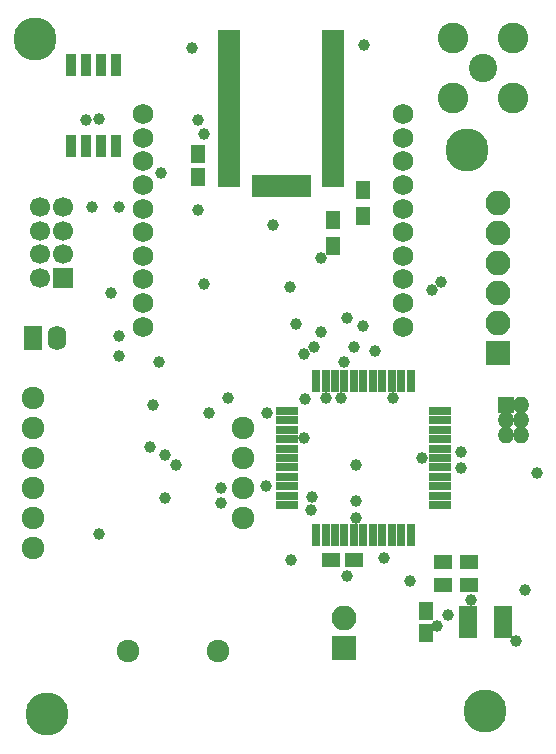
<source format=gbr>
G04 #@! TF.FileFunction,Soldermask,Bot*
%FSLAX46Y46*%
G04 Gerber Fmt 4.6, Leading zero omitted, Abs format (unit mm)*
G04 Created by KiCad (PCBNEW 4.0.6) date Wed Dec 27 21:20:59 2017*
%MOMM*%
%LPD*%
G01*
G04 APERTURE LIST*
%ADD10C,0.128000*%
%ADD11C,1.924000*%
%ADD12R,0.950000X1.900000*%
%ADD13R,0.800000X1.900000*%
%ADD14R,1.900000X0.800000*%
%ADD15R,1.650000X0.670000*%
%ADD16R,1.100000X1.900000*%
%ADD17R,1.900000X1.100000*%
%ADD18R,1.900000X1.400000*%
%ADD19C,1.727200*%
%ADD20R,1.400000X1.400000*%
%ADD21O,1.400000X1.400000*%
%ADD22R,2.100000X2.100000*%
%ADD23O,2.100000X2.100000*%
%ADD24R,1.600000X1.150000*%
%ADD25R,1.150000X1.600000*%
%ADD26R,1.600000X1.300000*%
%ADD27R,1.700000X1.700000*%
%ADD28C,1.700000*%
%ADD29C,2.600000*%
%ADD30C,2.400000*%
%ADD31R,1.300000X1.600000*%
%ADD32C,1.000000*%
%ADD33R,1.600000X2.100000*%
%ADD34O,1.600000X2.100000*%
%ADD35C,3.650000*%
G04 APERTURE END LIST*
D10*
D11*
X145161000Y-110363000D03*
X152781000Y-110363000D03*
D12*
X144145000Y-60735000D03*
X144145000Y-67535000D03*
X142875000Y-60735000D03*
X142875000Y-67535000D03*
X141605000Y-60735000D03*
X141605000Y-67535000D03*
X140335000Y-60735000D03*
X140335000Y-67535000D03*
D13*
X169100000Y-100480000D03*
X168300000Y-100480000D03*
X167500000Y-100480000D03*
X166700000Y-100480000D03*
X165900000Y-100480000D03*
X165100000Y-100480000D03*
X164300000Y-100480000D03*
X163500000Y-100480000D03*
X162700000Y-100480000D03*
X161900000Y-100480000D03*
X161100000Y-100480000D03*
D14*
X158600000Y-97980000D03*
X158600000Y-97180000D03*
X158600000Y-96380000D03*
X158600000Y-95580000D03*
X158600000Y-94780000D03*
X158600000Y-93980000D03*
X158600000Y-93180000D03*
X158600000Y-92380000D03*
X158600000Y-91580000D03*
X158600000Y-90780000D03*
X158600000Y-89980000D03*
D13*
X161100000Y-87480000D03*
X161900000Y-87480000D03*
X162700000Y-87480000D03*
X163500000Y-87480000D03*
X164300000Y-87480000D03*
X165100000Y-87480000D03*
X165900000Y-87480000D03*
X166700000Y-87480000D03*
X167500000Y-87480000D03*
X168300000Y-87480000D03*
X169100000Y-87480000D03*
D14*
X171600000Y-89980000D03*
X171600000Y-90780000D03*
X171600000Y-91580000D03*
X171600000Y-92380000D03*
X171600000Y-93180000D03*
X171600000Y-93980000D03*
X171600000Y-94780000D03*
X171600000Y-95580000D03*
X171600000Y-96380000D03*
X171600000Y-97180000D03*
X171600000Y-97980000D03*
D15*
X176950500Y-108886500D03*
X173950500Y-108886500D03*
X176950500Y-108386500D03*
X173950500Y-108386500D03*
X176950500Y-107886500D03*
X173950500Y-107886500D03*
X176950500Y-107386500D03*
X173950500Y-107386500D03*
X176950500Y-106886500D03*
X173950500Y-106886500D03*
D16*
X160160000Y-70970000D03*
D17*
X153760000Y-70570000D03*
X153760000Y-69570000D03*
X153760000Y-68570000D03*
X153760000Y-67570000D03*
X153760000Y-66570000D03*
X153760000Y-65570000D03*
X153760000Y-64570000D03*
X153760000Y-63570000D03*
X153760000Y-62570000D03*
X153760000Y-61570000D03*
X153760000Y-60570000D03*
X153760000Y-59570000D03*
D18*
X153760000Y-58420000D03*
X162560000Y-58420000D03*
D17*
X162560000Y-59570000D03*
X162560000Y-60570000D03*
X162560000Y-61570000D03*
X162560000Y-62570000D03*
X162560000Y-63570000D03*
X162560000Y-64570000D03*
X162560000Y-65570000D03*
X162560000Y-66570000D03*
X162560000Y-67570000D03*
X162560000Y-68570000D03*
X162560000Y-69570000D03*
X162560000Y-70570000D03*
D16*
X159160000Y-70970000D03*
X158160000Y-70970000D03*
X157160000Y-70970000D03*
X156160000Y-70970000D03*
D19*
X168478200Y-82864960D03*
X168478200Y-80863440D03*
X168478200Y-78864460D03*
X168478200Y-76862940D03*
X168478200Y-74863960D03*
X168478200Y-72864980D03*
X168478200Y-70863460D03*
X168478200Y-68864480D03*
X168478200Y-66862960D03*
X168478200Y-64863980D03*
X146481800Y-64863980D03*
X146481800Y-66862960D03*
X146481800Y-68864480D03*
X146481800Y-70863460D03*
X146481800Y-72864980D03*
X146481800Y-74863960D03*
X146481800Y-76862940D03*
X146481800Y-78864460D03*
X146481800Y-80863440D03*
X146481800Y-82864960D03*
D20*
X177165000Y-89535000D03*
D21*
X178435000Y-89535000D03*
X177165000Y-90805000D03*
X178435000Y-90805000D03*
X177165000Y-92075000D03*
X178435000Y-92075000D03*
D22*
X176530000Y-85090000D03*
D23*
X176530000Y-82550000D03*
X176530000Y-80010000D03*
X176530000Y-77470000D03*
X176530000Y-74930000D03*
X176530000Y-72390000D03*
D24*
X162372000Y-102616000D03*
X164272000Y-102616000D03*
D25*
X170370500Y-108836500D03*
X170370500Y-106936500D03*
D26*
X171810500Y-104711500D03*
X174010500Y-104711500D03*
X174010500Y-102806500D03*
X171810500Y-102806500D03*
D11*
X137160000Y-101600000D03*
X137160000Y-99060000D03*
X137160000Y-96520000D03*
X137160000Y-93980000D03*
X137160000Y-91440000D03*
X137160000Y-88900000D03*
X154940000Y-91440000D03*
X154940000Y-93980000D03*
X154940000Y-96520000D03*
X154940000Y-99060000D03*
D27*
X139700000Y-78740000D03*
D28*
X139700000Y-76740000D03*
X139700000Y-74740000D03*
X139700000Y-72740000D03*
X137700000Y-78740000D03*
X137700000Y-76740000D03*
X137700000Y-74740000D03*
X137700000Y-72740000D03*
D29*
X172720000Y-63500000D03*
X172720000Y-58420000D03*
X177800000Y-58420000D03*
X177800000Y-63500000D03*
D30*
X175260000Y-60960000D03*
D31*
X165100000Y-71290000D03*
X165100000Y-73490000D03*
X162560000Y-73830000D03*
X162560000Y-76030000D03*
D25*
X151130000Y-70165000D03*
X151130000Y-68265000D03*
D32*
X152019000Y-90170000D03*
X165163500Y-58991500D03*
X150558500Y-59245500D03*
D22*
X163449000Y-110109000D03*
D23*
X163449000Y-107569000D03*
D33*
X137160000Y-83820000D03*
D34*
X139160000Y-83820000D03*
D32*
X166878000Y-102489000D03*
X151638000Y-66548000D03*
X160147000Y-89027000D03*
D35*
X138303000Y-115697000D03*
X173863000Y-67945000D03*
X137287000Y-58547000D03*
X175387000Y-115443000D03*
D32*
X151638000Y-79247998D03*
X173355000Y-94869000D03*
X179832000Y-95250000D03*
X160782000Y-97282000D03*
X160039021Y-92329000D03*
X159004000Y-102616000D03*
X167640000Y-88900000D03*
X174180500Y-105981500D03*
X147955000Y-69850000D03*
X151130000Y-73025000D03*
X151130000Y-65405000D03*
X153670000Y-88900000D03*
X165099998Y-82804000D03*
X161543998Y-83312000D03*
X166116000Y-84963000D03*
X163703000Y-82169000D03*
X173355000Y-93472000D03*
X159385000Y-82677000D03*
X169037000Y-104374979D03*
X157480000Y-74295000D03*
X161925000Y-88900000D03*
X163195000Y-88900000D03*
X160655000Y-98425000D03*
X170053000Y-93980000D03*
X178054000Y-109474000D03*
X158877000Y-79502000D03*
X161544000Y-77089000D03*
X172275500Y-107251500D03*
X171323000Y-108204000D03*
X170942000Y-79756000D03*
X142748000Y-65278000D03*
X171704004Y-79121000D03*
X141605000Y-65405000D03*
X156972000Y-90170000D03*
X142748000Y-100457000D03*
X149225000Y-94615000D03*
X147066000Y-93091000D03*
X156845000Y-96393002D03*
X148336001Y-97408999D03*
X148336000Y-93726000D03*
X153035000Y-97790000D03*
X153035000Y-96520000D03*
X147320000Y-89535000D03*
X144399000Y-85314010D03*
X142113000Y-72771000D03*
X143764000Y-80010000D03*
X160909000Y-84582000D03*
X164338000Y-84582000D03*
X144399002Y-83693000D03*
X160039021Y-85217000D03*
X163449000Y-85852000D03*
X147828000Y-85852000D03*
X144399000Y-72771000D03*
X163703000Y-103944968D03*
X164465000Y-97663000D03*
X164465000Y-99060000D03*
X164465000Y-94615000D03*
X178816000Y-105156000D03*
M02*

</source>
